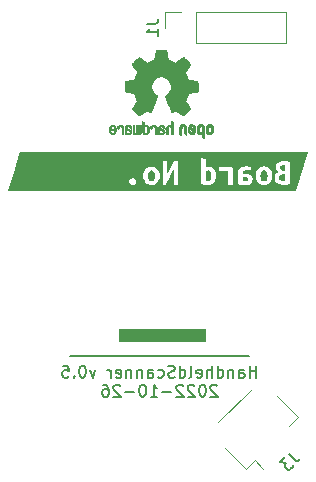
<source format=gbr>
%TF.GenerationSoftware,KiCad,Pcbnew,(6.0.4-0)*%
%TF.CreationDate,2022-11-04T09:41:38+01:00*%
%TF.ProjectId,RoundScanner,526f756e-6453-4636-916e-6e65722e6b69,2*%
%TF.SameCoordinates,Original*%
%TF.FileFunction,Legend,Bot*%
%TF.FilePolarity,Positive*%
%FSLAX46Y46*%
G04 Gerber Fmt 4.6, Leading zero omitted, Abs format (unit mm)*
G04 Created by KiCad (PCBNEW (6.0.4-0)) date 2022-11-04 09:41:38*
%MOMM*%
%LPD*%
G01*
G04 APERTURE LIST*
%ADD10C,0.150000*%
%ADD11C,0.120000*%
%ADD12C,0.010000*%
G04 APERTURE END LIST*
D10*
X96837500Y-115570000D02*
X81724500Y-115570000D01*
X97471476Y-117376380D02*
X97471476Y-116376380D01*
X97471476Y-116852571D02*
X96900047Y-116852571D01*
X96900047Y-117376380D02*
X96900047Y-116376380D01*
X95995285Y-117376380D02*
X95995285Y-116852571D01*
X96042904Y-116757333D01*
X96138142Y-116709714D01*
X96328619Y-116709714D01*
X96423857Y-116757333D01*
X95995285Y-117328761D02*
X96090523Y-117376380D01*
X96328619Y-117376380D01*
X96423857Y-117328761D01*
X96471476Y-117233523D01*
X96471476Y-117138285D01*
X96423857Y-117043047D01*
X96328619Y-116995428D01*
X96090523Y-116995428D01*
X95995285Y-116947809D01*
X95519095Y-116709714D02*
X95519095Y-117376380D01*
X95519095Y-116804952D02*
X95471476Y-116757333D01*
X95376238Y-116709714D01*
X95233380Y-116709714D01*
X95138142Y-116757333D01*
X95090523Y-116852571D01*
X95090523Y-117376380D01*
X94185761Y-117376380D02*
X94185761Y-116376380D01*
X94185761Y-117328761D02*
X94281000Y-117376380D01*
X94471476Y-117376380D01*
X94566714Y-117328761D01*
X94614333Y-117281142D01*
X94661952Y-117185904D01*
X94661952Y-116900190D01*
X94614333Y-116804952D01*
X94566714Y-116757333D01*
X94471476Y-116709714D01*
X94281000Y-116709714D01*
X94185761Y-116757333D01*
X93709571Y-117376380D02*
X93709571Y-116376380D01*
X93281000Y-117376380D02*
X93281000Y-116852571D01*
X93328619Y-116757333D01*
X93423857Y-116709714D01*
X93566714Y-116709714D01*
X93661952Y-116757333D01*
X93709571Y-116804952D01*
X92423857Y-117328761D02*
X92519095Y-117376380D01*
X92709571Y-117376380D01*
X92804809Y-117328761D01*
X92852428Y-117233523D01*
X92852428Y-116852571D01*
X92804809Y-116757333D01*
X92709571Y-116709714D01*
X92519095Y-116709714D01*
X92423857Y-116757333D01*
X92376238Y-116852571D01*
X92376238Y-116947809D01*
X92852428Y-117043047D01*
X91804809Y-117376380D02*
X91900047Y-117328761D01*
X91947666Y-117233523D01*
X91947666Y-116376380D01*
X90995285Y-117376380D02*
X90995285Y-116376380D01*
X90995285Y-117328761D02*
X91090523Y-117376380D01*
X91281000Y-117376380D01*
X91376238Y-117328761D01*
X91423857Y-117281142D01*
X91471476Y-117185904D01*
X91471476Y-116900190D01*
X91423857Y-116804952D01*
X91376238Y-116757333D01*
X91281000Y-116709714D01*
X91090523Y-116709714D01*
X90995285Y-116757333D01*
X90566714Y-117328761D02*
X90423857Y-117376380D01*
X90185761Y-117376380D01*
X90090523Y-117328761D01*
X90042904Y-117281142D01*
X89995285Y-117185904D01*
X89995285Y-117090666D01*
X90042904Y-116995428D01*
X90090523Y-116947809D01*
X90185761Y-116900190D01*
X90376238Y-116852571D01*
X90471476Y-116804952D01*
X90519095Y-116757333D01*
X90566714Y-116662095D01*
X90566714Y-116566857D01*
X90519095Y-116471619D01*
X90471476Y-116424000D01*
X90376238Y-116376380D01*
X90138142Y-116376380D01*
X89995285Y-116424000D01*
X89138142Y-117328761D02*
X89233380Y-117376380D01*
X89423857Y-117376380D01*
X89519095Y-117328761D01*
X89566714Y-117281142D01*
X89614333Y-117185904D01*
X89614333Y-116900190D01*
X89566714Y-116804952D01*
X89519095Y-116757333D01*
X89423857Y-116709714D01*
X89233380Y-116709714D01*
X89138142Y-116757333D01*
X88281000Y-117376380D02*
X88281000Y-116852571D01*
X88328619Y-116757333D01*
X88423857Y-116709714D01*
X88614333Y-116709714D01*
X88709571Y-116757333D01*
X88281000Y-117328761D02*
X88376238Y-117376380D01*
X88614333Y-117376380D01*
X88709571Y-117328761D01*
X88757190Y-117233523D01*
X88757190Y-117138285D01*
X88709571Y-117043047D01*
X88614333Y-116995428D01*
X88376238Y-116995428D01*
X88281000Y-116947809D01*
X87804809Y-116709714D02*
X87804809Y-117376380D01*
X87804809Y-116804952D02*
X87757190Y-116757333D01*
X87661952Y-116709714D01*
X87519095Y-116709714D01*
X87423857Y-116757333D01*
X87376238Y-116852571D01*
X87376238Y-117376380D01*
X86900047Y-116709714D02*
X86900047Y-117376380D01*
X86900047Y-116804952D02*
X86852428Y-116757333D01*
X86757190Y-116709714D01*
X86614333Y-116709714D01*
X86519095Y-116757333D01*
X86471476Y-116852571D01*
X86471476Y-117376380D01*
X85614333Y-117328761D02*
X85709571Y-117376380D01*
X85900047Y-117376380D01*
X85995285Y-117328761D01*
X86042904Y-117233523D01*
X86042904Y-116852571D01*
X85995285Y-116757333D01*
X85900047Y-116709714D01*
X85709571Y-116709714D01*
X85614333Y-116757333D01*
X85566714Y-116852571D01*
X85566714Y-116947809D01*
X86042904Y-117043047D01*
X85138142Y-117376380D02*
X85138142Y-116709714D01*
X85138142Y-116900190D02*
X85090523Y-116804952D01*
X85042904Y-116757333D01*
X84947666Y-116709714D01*
X84852428Y-116709714D01*
X83852428Y-116709714D02*
X83614333Y-117376380D01*
X83376238Y-116709714D01*
X82804809Y-116376380D02*
X82709571Y-116376380D01*
X82614333Y-116424000D01*
X82566714Y-116471619D01*
X82519095Y-116566857D01*
X82471476Y-116757333D01*
X82471476Y-116995428D01*
X82519095Y-117185904D01*
X82566714Y-117281142D01*
X82614333Y-117328761D01*
X82709571Y-117376380D01*
X82804809Y-117376380D01*
X82900047Y-117328761D01*
X82947666Y-117281142D01*
X82995285Y-117185904D01*
X83042904Y-116995428D01*
X83042904Y-116757333D01*
X82995285Y-116566857D01*
X82947666Y-116471619D01*
X82900047Y-116424000D01*
X82804809Y-116376380D01*
X82042904Y-117281142D02*
X81995285Y-117328761D01*
X82042904Y-117376380D01*
X82090523Y-117328761D01*
X82042904Y-117281142D01*
X82042904Y-117376380D01*
X81090523Y-116376380D02*
X81566714Y-116376380D01*
X81614333Y-116852571D01*
X81566714Y-116804952D01*
X81471476Y-116757333D01*
X81233380Y-116757333D01*
X81138142Y-116804952D01*
X81090523Y-116852571D01*
X81042904Y-116947809D01*
X81042904Y-117185904D01*
X81090523Y-117281142D01*
X81138142Y-117328761D01*
X81233380Y-117376380D01*
X81471476Y-117376380D01*
X81566714Y-117328761D01*
X81614333Y-117281142D01*
X94138142Y-118081619D02*
X94090523Y-118034000D01*
X93995285Y-117986380D01*
X93757190Y-117986380D01*
X93661952Y-118034000D01*
X93614333Y-118081619D01*
X93566714Y-118176857D01*
X93566714Y-118272095D01*
X93614333Y-118414952D01*
X94185761Y-118986380D01*
X93566714Y-118986380D01*
X92947666Y-117986380D02*
X92852428Y-117986380D01*
X92757190Y-118034000D01*
X92709571Y-118081619D01*
X92661952Y-118176857D01*
X92614333Y-118367333D01*
X92614333Y-118605428D01*
X92661952Y-118795904D01*
X92709571Y-118891142D01*
X92757190Y-118938761D01*
X92852428Y-118986380D01*
X92947666Y-118986380D01*
X93042904Y-118938761D01*
X93090523Y-118891142D01*
X93138142Y-118795904D01*
X93185761Y-118605428D01*
X93185761Y-118367333D01*
X93138142Y-118176857D01*
X93090523Y-118081619D01*
X93042904Y-118034000D01*
X92947666Y-117986380D01*
X92233380Y-118081619D02*
X92185761Y-118034000D01*
X92090523Y-117986380D01*
X91852428Y-117986380D01*
X91757190Y-118034000D01*
X91709571Y-118081619D01*
X91661952Y-118176857D01*
X91661952Y-118272095D01*
X91709571Y-118414952D01*
X92281000Y-118986380D01*
X91661952Y-118986380D01*
X91281000Y-118081619D02*
X91233380Y-118034000D01*
X91138142Y-117986380D01*
X90900047Y-117986380D01*
X90804809Y-118034000D01*
X90757190Y-118081619D01*
X90709571Y-118176857D01*
X90709571Y-118272095D01*
X90757190Y-118414952D01*
X91328619Y-118986380D01*
X90709571Y-118986380D01*
X90281000Y-118605428D02*
X89519095Y-118605428D01*
X88519095Y-118986380D02*
X89090523Y-118986380D01*
X88804809Y-118986380D02*
X88804809Y-117986380D01*
X88900047Y-118129238D01*
X88995285Y-118224476D01*
X89090523Y-118272095D01*
X87900047Y-117986380D02*
X87804809Y-117986380D01*
X87709571Y-118034000D01*
X87661952Y-118081619D01*
X87614333Y-118176857D01*
X87566714Y-118367333D01*
X87566714Y-118605428D01*
X87614333Y-118795904D01*
X87661952Y-118891142D01*
X87709571Y-118938761D01*
X87804809Y-118986380D01*
X87900047Y-118986380D01*
X87995285Y-118938761D01*
X88042904Y-118891142D01*
X88090523Y-118795904D01*
X88138142Y-118605428D01*
X88138142Y-118367333D01*
X88090523Y-118176857D01*
X88042904Y-118081619D01*
X87995285Y-118034000D01*
X87900047Y-117986380D01*
X87138142Y-118605428D02*
X86376238Y-118605428D01*
X85947666Y-118081619D02*
X85900047Y-118034000D01*
X85804809Y-117986380D01*
X85566714Y-117986380D01*
X85471476Y-118034000D01*
X85423857Y-118081619D01*
X85376238Y-118176857D01*
X85376238Y-118272095D01*
X85423857Y-118414952D01*
X85995285Y-118986380D01*
X85376238Y-118986380D01*
X84519095Y-117986380D02*
X84709571Y-117986380D01*
X84804809Y-118034000D01*
X84852428Y-118081619D01*
X84947666Y-118224476D01*
X84995285Y-118414952D01*
X84995285Y-118795904D01*
X84947666Y-118891142D01*
X84900047Y-118938761D01*
X84804809Y-118986380D01*
X84614333Y-118986380D01*
X84519095Y-118938761D01*
X84471476Y-118891142D01*
X84423857Y-118795904D01*
X84423857Y-118557809D01*
X84471476Y-118462571D01*
X84519095Y-118414952D01*
X84614333Y-118367333D01*
X84804809Y-118367333D01*
X84900047Y-118414952D01*
X84947666Y-118462571D01*
X84995285Y-118557809D01*
%TO.C,J1*%
X88181380Y-87423666D02*
X88895666Y-87423666D01*
X89038523Y-87376047D01*
X89133761Y-87280809D01*
X89181380Y-87137952D01*
X89181380Y-87042714D01*
X89181380Y-88423666D02*
X89181380Y-87852238D01*
X89181380Y-88137952D02*
X88181380Y-88137952D01*
X88324238Y-88042714D01*
X88419476Y-87947476D01*
X88467095Y-87852238D01*
%TO.C,J3*%
X100198762Y-123857357D02*
X100703838Y-124362433D01*
X100838525Y-124429777D01*
X100973212Y-124429777D01*
X101107899Y-124362433D01*
X101175242Y-124295090D01*
X99929388Y-124126731D02*
X99491655Y-124564464D01*
X99996731Y-124598136D01*
X99895716Y-124699151D01*
X99862044Y-124800166D01*
X99862044Y-124867510D01*
X99895716Y-124968525D01*
X100064075Y-125136884D01*
X100165090Y-125170555D01*
X100232433Y-125170555D01*
X100333449Y-125136884D01*
X100535479Y-124934853D01*
X100569151Y-124833838D01*
X100569151Y-124766494D01*
%TO.C,kibuzzard-6346913B*%
G36*
X99855668Y-99385437D02*
G01*
X99941393Y-99394962D01*
X99941393Y-99845812D01*
X99788993Y-99845812D01*
X99563568Y-99780725D01*
X99487368Y-99601337D01*
X99509593Y-99488625D01*
X99569918Y-99421950D01*
X99658818Y-99390200D01*
X99763593Y-99382262D01*
X99855668Y-99385437D01*
G37*
G36*
X77463452Y-98314007D02*
G01*
X101825544Y-98314007D01*
X100844548Y-101583993D01*
X76482456Y-101583993D01*
X76723875Y-100779263D01*
X86723868Y-100779263D01*
X86809593Y-100991988D01*
X87006443Y-101065013D01*
X87114393Y-101045963D01*
X87204881Y-100990400D01*
X87268381Y-100901500D01*
X87292193Y-100779263D01*
X87268381Y-100660200D01*
X87204881Y-100572888D01*
X87114393Y-100518913D01*
X87006443Y-100499863D01*
X86809593Y-100572888D01*
X86723868Y-100779263D01*
X76723875Y-100779263D01*
X76873418Y-100280788D01*
X87892268Y-100280788D01*
X87904968Y-100450253D01*
X87943068Y-100603050D01*
X88004187Y-100737591D01*
X88085943Y-100852288D01*
X88187146Y-100945156D01*
X88306606Y-101014213D01*
X88442734Y-101057075D01*
X88593943Y-101071363D01*
X88745153Y-101057075D01*
X88830863Y-101030088D01*
X89536918Y-101030088D01*
X89851243Y-101030088D01*
X89942789Y-100812247D01*
X90039627Y-100594760D01*
X90141756Y-100377625D01*
X90249177Y-100160490D01*
X90361889Y-99943003D01*
X90479893Y-99725162D01*
X90479893Y-101030088D01*
X90832318Y-101030088D01*
X90832318Y-99064762D01*
X90517993Y-99064762D01*
X90429093Y-99210416D01*
X90340193Y-99367975D01*
X90252484Y-99531091D01*
X90167156Y-99693412D01*
X90086193Y-99852956D01*
X90011581Y-100007738D01*
X89945303Y-100150613D01*
X89889343Y-100274438D01*
X89889343Y-99064762D01*
X89536918Y-99064762D01*
X89536918Y-101030088D01*
X88830863Y-101030088D01*
X88881281Y-101014213D01*
X89001137Y-100945156D01*
X89103531Y-100852288D01*
X89186478Y-100737591D01*
X89247993Y-100603050D01*
X89286093Y-100450253D01*
X89298793Y-100280788D01*
X89285696Y-100113703D01*
X89246406Y-99961700D01*
X89183699Y-99827556D01*
X89100356Y-99714050D01*
X88997565Y-99622769D01*
X88876518Y-99555300D01*
X88740787Y-99513628D01*
X88593943Y-99499737D01*
X88445115Y-99513628D01*
X88309781Y-99555300D01*
X88189924Y-99622769D01*
X88087531Y-99714050D01*
X88004584Y-99827556D01*
X87943068Y-99961700D01*
X87904968Y-100113703D01*
X87892268Y-100280788D01*
X76873418Y-100280788D01*
X77309663Y-98826637D01*
X92788118Y-98826637D01*
X92788118Y-100985638D01*
X92907974Y-101017388D01*
X93051643Y-101042788D01*
X93205631Y-101059456D01*
X93356443Y-101065013D01*
X93570403Y-101042082D01*
X93746615Y-100973290D01*
X93885081Y-100858638D01*
X93984740Y-100704121D01*
X94044536Y-100515738D01*
X94064468Y-100293488D01*
X94047711Y-100067181D01*
X93997440Y-99875093D01*
X93913656Y-99717225D01*
X93797063Y-99599926D01*
X93739671Y-99572762D01*
X94283543Y-99572762D01*
X94353393Y-99934712D01*
X94443881Y-99915662D01*
X94550243Y-99898200D01*
X94655018Y-99887087D01*
X94740743Y-99883912D01*
X94902668Y-99891850D01*
X95064593Y-99922012D01*
X95064593Y-101030088D01*
X95458293Y-101030088D01*
X95458293Y-100995163D01*
X95928193Y-100995163D01*
X96182193Y-101039613D01*
X96360787Y-101058663D01*
X96560018Y-101065013D01*
X96818781Y-101039613D01*
X97017218Y-100955475D01*
X97144218Y-100803075D01*
X97188668Y-100572888D01*
X97137868Y-100353813D01*
X97068089Y-100280788D01*
X97417268Y-100280788D01*
X97429968Y-100450253D01*
X97468068Y-100603050D01*
X97529187Y-100737591D01*
X97610943Y-100852288D01*
X97712146Y-100945156D01*
X97831606Y-101014213D01*
X97967734Y-101057075D01*
X98118943Y-101071363D01*
X98270153Y-101057075D01*
X98406281Y-101014213D01*
X98526137Y-100945156D01*
X98628531Y-100852288D01*
X98711478Y-100737591D01*
X98772993Y-100603050D01*
X98811093Y-100450253D01*
X98812134Y-100436363D01*
X99014293Y-100436363D01*
X99029374Y-100599478D01*
X99074618Y-100733225D01*
X99238131Y-100923725D01*
X99350843Y-100984844D01*
X99482606Y-101025325D01*
X99629053Y-101047947D01*
X99785818Y-101055488D01*
X99918374Y-101051916D01*
X100055693Y-101041200D01*
X100194599Y-101023341D01*
X100331918Y-100998338D01*
X100331918Y-99090162D01*
X100087443Y-99056825D01*
X99823918Y-99042537D01*
X99622306Y-99054047D01*
X99461968Y-99088575D01*
X99242893Y-99209225D01*
X99134943Y-99375912D01*
X99106368Y-99560062D01*
X99123434Y-99691825D01*
X99174631Y-99807712D01*
X99357193Y-99979163D01*
X99189315Y-100064888D01*
X99085731Y-100176013D01*
X99032153Y-100303013D01*
X99014293Y-100436363D01*
X98812134Y-100436363D01*
X98823793Y-100280788D01*
X98810696Y-100113703D01*
X98771406Y-99961700D01*
X98708699Y-99827556D01*
X98625356Y-99714050D01*
X98522565Y-99622769D01*
X98401518Y-99555300D01*
X98265787Y-99513628D01*
X98118943Y-99499737D01*
X97970115Y-99513628D01*
X97834781Y-99555300D01*
X97714924Y-99622769D01*
X97612531Y-99714050D01*
X97529584Y-99827556D01*
X97468068Y-99961700D01*
X97429968Y-100113703D01*
X97417268Y-100280788D01*
X97068089Y-100280788D01*
X97001343Y-100210938D01*
X96804493Y-100133150D01*
X96572718Y-100109338D01*
X96429049Y-100115688D01*
X96302843Y-100134738D01*
X96302843Y-100087113D01*
X96372693Y-99901375D01*
X96467943Y-99845416D01*
X96613993Y-99826762D01*
X96828306Y-99842637D01*
X96994993Y-99880737D01*
X97048968Y-99566412D01*
X96842593Y-99520375D01*
X96706862Y-99504897D01*
X96566368Y-99499737D01*
X96397696Y-99510453D01*
X96259981Y-99542600D01*
X96064718Y-99663250D01*
X95959943Y-99853750D01*
X95928193Y-100106163D01*
X95928193Y-100995163D01*
X95458293Y-100995163D01*
X95458293Y-99636262D01*
X95300734Y-99584669D01*
X95139206Y-99544187D01*
X94961803Y-99517994D01*
X94756618Y-99509262D01*
X94666131Y-99512437D01*
X94540718Y-99523550D01*
X94405781Y-99542600D01*
X94283543Y-99572762D01*
X93739671Y-99572762D01*
X93648367Y-99529547D01*
X93467568Y-99506087D01*
X93311993Y-99523550D01*
X93178643Y-99572762D01*
X93178643Y-98893312D01*
X92788118Y-98826637D01*
X77309663Y-98826637D01*
X77463452Y-98314007D01*
G37*
G36*
X93521543Y-99870419D02*
G01*
X93604093Y-99953763D01*
X93651718Y-100089494D01*
X93667593Y-100274438D01*
X93648940Y-100456206D01*
X93592981Y-100601463D01*
X93495746Y-100696713D01*
X93353268Y-100728463D01*
X93264368Y-100725288D01*
X93178643Y-100715763D01*
X93178643Y-99902962D01*
X93280243Y-99860100D01*
X93400893Y-99842637D01*
X93521543Y-99870419D01*
G37*
G36*
X96610818Y-100390325D02*
G01*
X96710831Y-100417313D01*
X96779093Y-100471288D01*
X96804493Y-100563363D01*
X96728293Y-100707825D01*
X96531443Y-100750688D01*
X96407618Y-100749100D01*
X96302843Y-100741163D01*
X96302843Y-100398263D01*
X96394918Y-100387150D01*
X96493343Y-100382388D01*
X96610818Y-100390325D01*
G37*
G36*
X88727690Y-99870022D02*
G01*
X88824131Y-99961700D01*
X88882471Y-100103384D01*
X88901918Y-100283963D01*
X88884059Y-100464938D01*
X88830481Y-100607813D01*
X88737215Y-100700681D01*
X88600293Y-100731638D01*
X88466546Y-100700681D01*
X88370106Y-100607813D01*
X88311765Y-100464938D01*
X88292318Y-100283963D01*
X88310178Y-100103384D01*
X88363756Y-99961700D01*
X88457021Y-99870022D01*
X88593943Y-99839462D01*
X88727690Y-99870022D01*
G37*
G36*
X99941393Y-100703063D02*
G01*
X99850906Y-100712588D01*
X99754068Y-100715763D01*
X99623893Y-100704650D01*
X99511181Y-100663375D01*
X99430218Y-100577650D01*
X99398468Y-100436363D01*
X99488956Y-100231575D01*
X99731843Y-100169663D01*
X99941393Y-100169663D01*
X99941393Y-100703063D01*
G37*
G36*
X98252690Y-99870022D02*
G01*
X98349131Y-99961700D01*
X98407471Y-100103384D01*
X98426918Y-100283963D01*
X98409059Y-100464938D01*
X98355481Y-100607813D01*
X98262215Y-100700681D01*
X98125293Y-100731638D01*
X97991546Y-100700681D01*
X97895106Y-100607813D01*
X97836765Y-100464938D01*
X97817318Y-100283963D01*
X97835178Y-100103384D01*
X97888756Y-99961700D01*
X97982021Y-99870022D01*
X98118943Y-99839462D01*
X98252690Y-99870022D01*
G37*
%TO.C,REF\u002A\u002A*%
G36*
X93201938Y-113812788D02*
G01*
X93201825Y-113903995D01*
X93201393Y-114010117D01*
X93200671Y-114106844D01*
X93199694Y-114191743D01*
X93198498Y-114262384D01*
X93197117Y-114316335D01*
X93195587Y-114351164D01*
X93193943Y-114364440D01*
X93192559Y-114364644D01*
X93172719Y-114365283D01*
X93130106Y-114365908D01*
X93065638Y-114366517D01*
X92980237Y-114367107D01*
X92874824Y-114367677D01*
X92750320Y-114368225D01*
X92607644Y-114368749D01*
X92447718Y-114369246D01*
X92271463Y-114369715D01*
X92079800Y-114370154D01*
X91873648Y-114370560D01*
X91653930Y-114370932D01*
X91421565Y-114371268D01*
X91177475Y-114371566D01*
X90922580Y-114371823D01*
X90657801Y-114372038D01*
X90384058Y-114372209D01*
X90102273Y-114372333D01*
X89813366Y-114372410D01*
X89518259Y-114372435D01*
X85850569Y-114372435D01*
X85850569Y-113269130D01*
X93201938Y-113269130D01*
X93201938Y-113812788D01*
G37*
D11*
%TO.C,J1*%
X100009000Y-86427000D02*
X100009000Y-89087000D01*
X92329000Y-89087000D02*
X100009000Y-89087000D01*
X91059000Y-86427000D02*
X89729000Y-86427000D01*
X89729000Y-86427000D02*
X89729000Y-87757000D01*
X92329000Y-86427000D02*
X100009000Y-86427000D01*
X92329000Y-86427000D02*
X92329000Y-89087000D01*
%TO.C,REF\u002A\u002A*%
G36*
X91334372Y-95926684D02*
G01*
X91425629Y-95969569D01*
X91500416Y-96043729D01*
X91515917Y-96066944D01*
X91528774Y-96093256D01*
X91537893Y-96126420D01*
X91544102Y-96172881D01*
X91548233Y-96239082D01*
X91551116Y-96331468D01*
X91553579Y-96456485D01*
X91559697Y-96803278D01*
X91508303Y-96783738D01*
X91461246Y-96765787D01*
X91426015Y-96748511D01*
X91403017Y-96726242D01*
X91389655Y-96692165D01*
X91383328Y-96639463D01*
X91381437Y-96561323D01*
X91381385Y-96450928D01*
X91381117Y-96362935D01*
X91379521Y-96278502D01*
X91375712Y-96220834D01*
X91368820Y-96182988D01*
X91357975Y-96158024D01*
X91342308Y-96139000D01*
X91303792Y-96112153D01*
X91239091Y-96102034D01*
X91175081Y-96127606D01*
X91170856Y-96130880D01*
X91157689Y-96146007D01*
X91147975Y-96170268D01*
X91140903Y-96209650D01*
X91135656Y-96270141D01*
X91131421Y-96357729D01*
X91127385Y-96478402D01*
X91117615Y-96801515D01*
X90951539Y-96727065D01*
X90951539Y-96432062D01*
X90951883Y-96351919D01*
X90954847Y-96240431D01*
X90962351Y-96157421D01*
X90976190Y-96096199D01*
X90998155Y-96050075D01*
X91030039Y-96012358D01*
X91073633Y-95976358D01*
X91136336Y-95940089D01*
X91235117Y-95916412D01*
X91334372Y-95926684D01*
G37*
D12*
X91334372Y-95926684D02*
X91425629Y-95969569D01*
X91500416Y-96043729D01*
X91515917Y-96066944D01*
X91528774Y-96093256D01*
X91537893Y-96126420D01*
X91544102Y-96172881D01*
X91548233Y-96239082D01*
X91551116Y-96331468D01*
X91553579Y-96456485D01*
X91559697Y-96803278D01*
X91508303Y-96783738D01*
X91461246Y-96765787D01*
X91426015Y-96748511D01*
X91403017Y-96726242D01*
X91389655Y-96692165D01*
X91383328Y-96639463D01*
X91381437Y-96561323D01*
X91381385Y-96450928D01*
X91381117Y-96362935D01*
X91379521Y-96278502D01*
X91375712Y-96220834D01*
X91368820Y-96182988D01*
X91357975Y-96158024D01*
X91342308Y-96139000D01*
X91303792Y-96112153D01*
X91239091Y-96102034D01*
X91175081Y-96127606D01*
X91170856Y-96130880D01*
X91157689Y-96146007D01*
X91147975Y-96170268D01*
X91140903Y-96209650D01*
X91135656Y-96270141D01*
X91131421Y-96357729D01*
X91127385Y-96478402D01*
X91117615Y-96801515D01*
X90951539Y-96727065D01*
X90951539Y-96432062D01*
X90951883Y-96351919D01*
X90954847Y-96240431D01*
X90962351Y-96157421D01*
X90976190Y-96096199D01*
X90998155Y-96050075D01*
X91030039Y-96012358D01*
X91073633Y-95976358D01*
X91136336Y-95940089D01*
X91235117Y-95916412D01*
X91334372Y-95926684D01*
G36*
X92312574Y-96446643D02*
G01*
X92309066Y-96478021D01*
X92282927Y-96589705D01*
X92235694Y-96674642D01*
X92163862Y-96739741D01*
X92159802Y-96742428D01*
X92068487Y-96780634D01*
X91973144Y-96784034D01*
X91881274Y-96754939D01*
X91800379Y-96695660D01*
X91737962Y-96608510D01*
X91736914Y-96606409D01*
X91716173Y-96552289D01*
X91700980Y-96490781D01*
X91692921Y-96433039D01*
X91693582Y-96390215D01*
X91704548Y-96373462D01*
X91714290Y-96374480D01*
X91760877Y-96393009D01*
X91813682Y-96427081D01*
X91858603Y-96466522D01*
X91881535Y-96501155D01*
X91905373Y-96548133D01*
X91954230Y-96590862D01*
X92010963Y-96607923D01*
X92031758Y-96602990D01*
X92072804Y-96578157D01*
X92108557Y-96543685D01*
X92123846Y-96512411D01*
X92123842Y-96512295D01*
X92106495Y-96497933D01*
X92060247Y-96472025D01*
X91992067Y-96438210D01*
X91908923Y-96400129D01*
X91908466Y-96399927D01*
X91818138Y-96359709D01*
X91757592Y-96330733D01*
X91720888Y-96308474D01*
X91702086Y-96288407D01*
X91695246Y-96266009D01*
X91694429Y-96236756D01*
X91700113Y-96181363D01*
X91893000Y-96181363D01*
X91912911Y-96198777D01*
X91962521Y-96224872D01*
X91963976Y-96225610D01*
X92022506Y-96253483D01*
X92074868Y-96275719D01*
X92108086Y-96285126D01*
X92121410Y-96272552D01*
X92123846Y-96229468D01*
X92113724Y-96175847D01*
X92078631Y-96127119D01*
X92027823Y-96101856D01*
X91971181Y-96104406D01*
X91918584Y-96139120D01*
X91897910Y-96163107D01*
X91893000Y-96181363D01*
X91700113Y-96181363D01*
X91701622Y-96166654D01*
X91737184Y-96071412D01*
X91796714Y-95996567D01*
X91873746Y-95944745D01*
X91961815Y-95918573D01*
X92054454Y-95920676D01*
X92145198Y-95953681D01*
X92227579Y-96020215D01*
X92273222Y-96086055D01*
X92306008Y-96180036D01*
X92311339Y-96229468D01*
X92318787Y-96298536D01*
X92312574Y-96446643D01*
G37*
X92312574Y-96446643D02*
X92309066Y-96478021D01*
X92282927Y-96589705D01*
X92235694Y-96674642D01*
X92163862Y-96739741D01*
X92159802Y-96742428D01*
X92068487Y-96780634D01*
X91973144Y-96784034D01*
X91881274Y-96754939D01*
X91800379Y-96695660D01*
X91737962Y-96608510D01*
X91736914Y-96606409D01*
X91716173Y-96552289D01*
X91700980Y-96490781D01*
X91692921Y-96433039D01*
X91693582Y-96390215D01*
X91704548Y-96373462D01*
X91714290Y-96374480D01*
X91760877Y-96393009D01*
X91813682Y-96427081D01*
X91858603Y-96466522D01*
X91881535Y-96501155D01*
X91905373Y-96548133D01*
X91954230Y-96590862D01*
X92010963Y-96607923D01*
X92031758Y-96602990D01*
X92072804Y-96578157D01*
X92108557Y-96543685D01*
X92123846Y-96512411D01*
X92123842Y-96512295D01*
X92106495Y-96497933D01*
X92060247Y-96472025D01*
X91992067Y-96438210D01*
X91908923Y-96400129D01*
X91908466Y-96399927D01*
X91818138Y-96359709D01*
X91757592Y-96330733D01*
X91720888Y-96308474D01*
X91702086Y-96288407D01*
X91695246Y-96266009D01*
X91694429Y-96236756D01*
X91700113Y-96181363D01*
X91893000Y-96181363D01*
X91912911Y-96198777D01*
X91962521Y-96224872D01*
X91963976Y-96225610D01*
X92022506Y-96253483D01*
X92074868Y-96275719D01*
X92108086Y-96285126D01*
X92121410Y-96272552D01*
X92123846Y-96229468D01*
X92113724Y-96175847D01*
X92078631Y-96127119D01*
X92027823Y-96101856D01*
X91971181Y-96104406D01*
X91918584Y-96139120D01*
X91897910Y-96163107D01*
X91893000Y-96181363D01*
X91700113Y-96181363D01*
X91701622Y-96166654D01*
X91737184Y-96071412D01*
X91796714Y-95996567D01*
X91873746Y-95944745D01*
X91961815Y-95918573D01*
X92054454Y-95920676D01*
X92145198Y-95953681D01*
X92227579Y-96020215D01*
X92273222Y-96086055D01*
X92306008Y-96180036D01*
X92311339Y-96229468D01*
X92318787Y-96298536D01*
X92312574Y-96446643D01*
G36*
X89425575Y-89632693D02*
G01*
X89561371Y-89632807D01*
X89663576Y-89633472D01*
X89737122Y-89635182D01*
X89786942Y-89638429D01*
X89817967Y-89643706D01*
X89835129Y-89651507D01*
X89843361Y-89662325D01*
X89847594Y-89676654D01*
X89847716Y-89677168D01*
X89854672Y-89710851D01*
X89867320Y-89775917D01*
X89884360Y-89865542D01*
X89904496Y-89972904D01*
X89926429Y-90091178D01*
X89928218Y-90100856D01*
X89950083Y-90215650D01*
X89970430Y-90316480D01*
X89987934Y-90397217D01*
X90001271Y-90451734D01*
X90009116Y-90473901D01*
X90009158Y-90473936D01*
X90033884Y-90486200D01*
X90084631Y-90506576D01*
X90150462Y-90530674D01*
X90154169Y-90531983D01*
X90238331Y-90563791D01*
X90336230Y-90603685D01*
X90427435Y-90643353D01*
X90577407Y-90711420D01*
X90909499Y-90484639D01*
X90932889Y-90468688D01*
X91033080Y-90400890D01*
X91122480Y-90341208D01*
X91195745Y-90293156D01*
X91247527Y-90260250D01*
X91272480Y-90246004D01*
X91289577Y-90249270D01*
X91328395Y-90274571D01*
X91388385Y-90324675D01*
X91471210Y-90400989D01*
X91578535Y-90504922D01*
X91588139Y-90514382D01*
X91673302Y-90599145D01*
X91748949Y-90675937D01*
X91810449Y-90739947D01*
X91853173Y-90786361D01*
X91872489Y-90810369D01*
X91872552Y-90810485D01*
X91875006Y-90828763D01*
X91865956Y-90858411D01*
X91843119Y-90903486D01*
X91804213Y-90968044D01*
X91746954Y-91056140D01*
X91669059Y-91171830D01*
X91655785Y-91191357D01*
X91588652Y-91290278D01*
X91529410Y-91377848D01*
X91481588Y-91448831D01*
X91448715Y-91497991D01*
X91434318Y-91520095D01*
X91433232Y-91524777D01*
X91440044Y-91559710D01*
X91460450Y-91616753D01*
X91491123Y-91686172D01*
X91532808Y-91776959D01*
X91579352Y-91884686D01*
X91618877Y-91982192D01*
X91628676Y-92007430D01*
X91654340Y-92071870D01*
X91673193Y-92116763D01*
X91681710Y-92133616D01*
X91691111Y-92134875D01*
X91733363Y-92142159D01*
X91802521Y-92154739D01*
X91891387Y-92171246D01*
X91992768Y-92190312D01*
X92099467Y-92210569D01*
X92204288Y-92230647D01*
X92300036Y-92249179D01*
X92379516Y-92264795D01*
X92435530Y-92276127D01*
X92460885Y-92281807D01*
X92465088Y-92283408D01*
X92475334Y-92292045D01*
X92482957Y-92310433D01*
X92488338Y-92343460D01*
X92491859Y-92396013D01*
X92493901Y-92472979D01*
X92494847Y-92579246D01*
X92495077Y-92719701D01*
X92495077Y-93146845D01*
X92392500Y-93167091D01*
X92380092Y-93169518D01*
X92314199Y-93182088D01*
X92223084Y-93199170D01*
X92117104Y-93218829D01*
X92006615Y-93239132D01*
X91963105Y-93247299D01*
X91865882Y-93267167D01*
X91784858Y-93285954D01*
X91727477Y-93301859D01*
X91701187Y-93313079D01*
X91689273Y-93331411D01*
X91667583Y-93379916D01*
X91645395Y-93442692D01*
X91637585Y-93466200D01*
X91608835Y-93543366D01*
X91571752Y-93634694D01*
X91532375Y-93725093D01*
X91511315Y-93772310D01*
X91481311Y-93842837D01*
X91460692Y-93895655D01*
X91453026Y-93921912D01*
X91453452Y-93923894D01*
X91467993Y-93951751D01*
X91500783Y-94005510D01*
X91548493Y-94079963D01*
X91607798Y-94169897D01*
X91675369Y-94270104D01*
X91897713Y-94596416D01*
X91605601Y-94889016D01*
X91577349Y-94917171D01*
X91490961Y-95001449D01*
X91413756Y-95074128D01*
X91350258Y-95131112D01*
X91304990Y-95168307D01*
X91282474Y-95181616D01*
X91258023Y-95171490D01*
X91206819Y-95142421D01*
X91134747Y-95097896D01*
X91047460Y-95041411D01*
X90950612Y-94976462D01*
X90855486Y-94912314D01*
X90769669Y-94855827D01*
X90699652Y-94811184D01*
X90650876Y-94781855D01*
X90628783Y-94771308D01*
X90627488Y-94771404D01*
X90598139Y-94781802D01*
X90546093Y-94806012D01*
X90481708Y-94839249D01*
X90481032Y-94839613D01*
X90395521Y-94882441D01*
X90336926Y-94903365D01*
X90300571Y-94903423D01*
X90281775Y-94883654D01*
X90273819Y-94864195D01*
X90252347Y-94812080D01*
X90219273Y-94731964D01*
X90176356Y-94628107D01*
X90125356Y-94504767D01*
X90068033Y-94366201D01*
X90006146Y-94216670D01*
X89950052Y-94080636D01*
X89892977Y-93941050D01*
X89842479Y-93816315D01*
X89800254Y-93710672D01*
X89767995Y-93628365D01*
X89747397Y-93573635D01*
X89740154Y-93550726D01*
X89753986Y-93529718D01*
X89792412Y-93494642D01*
X89846807Y-93453887D01*
X89977395Y-93347267D01*
X90094260Y-93211025D01*
X90179780Y-93061118D01*
X90233431Y-92901971D01*
X90254684Y-92738012D01*
X90243014Y-92573667D01*
X90197894Y-92413361D01*
X90118797Y-92261520D01*
X90005197Y-92122572D01*
X89945965Y-92068460D01*
X89804054Y-91972782D01*
X89652206Y-91910405D01*
X89494861Y-91879844D01*
X89336456Y-91879615D01*
X89181429Y-91908232D01*
X89034220Y-91964210D01*
X88899266Y-92046064D01*
X88781005Y-92152309D01*
X88683877Y-92281459D01*
X88612318Y-92432031D01*
X88570769Y-92602539D01*
X88563143Y-92684722D01*
X88573634Y-92862775D01*
X88620882Y-93031704D01*
X88703489Y-93188522D01*
X88820059Y-93330245D01*
X88969193Y-93453887D01*
X89021561Y-93492982D01*
X89060832Y-93528443D01*
X89075846Y-93550692D01*
X89069859Y-93570088D01*
X89050432Y-93622059D01*
X89019194Y-93702002D01*
X88977839Y-93805673D01*
X88928061Y-93928832D01*
X88871553Y-94067234D01*
X88810009Y-94216637D01*
X88754008Y-94352020D01*
X88696184Y-94491852D01*
X88644500Y-94616872D01*
X88600718Y-94722822D01*
X88566597Y-94805441D01*
X88543898Y-94860472D01*
X88534380Y-94883654D01*
X88534269Y-94883928D01*
X88515228Y-94903503D01*
X88478694Y-94903279D01*
X88419954Y-94882210D01*
X88334292Y-94839249D01*
X88327549Y-94835631D01*
X88263938Y-94803087D01*
X88213707Y-94780050D01*
X88187218Y-94771308D01*
X88165506Y-94781639D01*
X88116984Y-94810788D01*
X88047163Y-94855287D01*
X87961484Y-94911668D01*
X87865388Y-94976462D01*
X87770706Y-95039984D01*
X87683132Y-95096705D01*
X87610642Y-95141547D01*
X87558889Y-95171016D01*
X87533526Y-95181616D01*
X87529206Y-95180270D01*
X87499092Y-95159056D01*
X87447640Y-95115237D01*
X87379375Y-95052909D01*
X87298820Y-94976170D01*
X87210500Y-94889116D01*
X86918488Y-94596617D01*
X87373360Y-93927525D01*
X87304208Y-93777916D01*
X87304003Y-93777473D01*
X87262477Y-93682101D01*
X87220044Y-93575896D01*
X87185858Y-93481769D01*
X87180684Y-93466588D01*
X87154601Y-93396109D01*
X87131081Y-93341342D01*
X87114677Y-93313079D01*
X87107996Y-93309088D01*
X87067892Y-93295697D01*
X86999795Y-93278373D01*
X86911145Y-93258917D01*
X86809385Y-93239132D01*
X86778904Y-93233551D01*
X86668628Y-93213233D01*
X86565731Y-93194095D01*
X86480569Y-93178070D01*
X86423500Y-93167091D01*
X86320923Y-93146845D01*
X86320923Y-92719701D01*
X86320946Y-92667180D01*
X86321379Y-92539047D01*
X86322659Y-92443420D01*
X86325168Y-92375411D01*
X86329286Y-92330133D01*
X86335395Y-92302697D01*
X86343878Y-92288218D01*
X86355115Y-92281807D01*
X86365994Y-92279209D01*
X86410347Y-92270022D01*
X86481106Y-92255991D01*
X86571074Y-92238486D01*
X86673056Y-92218874D01*
X86779857Y-92198525D01*
X86884281Y-92178807D01*
X86979132Y-92161089D01*
X87057214Y-92146738D01*
X87111332Y-92137124D01*
X87134291Y-92133616D01*
X87135842Y-92131497D01*
X87148325Y-92104006D01*
X87169927Y-92051406D01*
X87197123Y-91982192D01*
X87234866Y-91888937D01*
X87281328Y-91781159D01*
X87324878Y-91686172D01*
X87334858Y-91664851D01*
X87362862Y-91598086D01*
X87379641Y-91546590D01*
X87381854Y-91520095D01*
X87380713Y-91518218D01*
X87362584Y-91490565D01*
X87326644Y-91436849D01*
X87276418Y-91362303D01*
X87215430Y-91272162D01*
X87147205Y-91171657D01*
X87070330Y-91057470D01*
X87012663Y-90968770D01*
X86973426Y-90903721D01*
X86950350Y-90858295D01*
X86941166Y-90828463D01*
X86943604Y-90810195D01*
X86944424Y-90808825D01*
X86966477Y-90782205D01*
X87011436Y-90733697D01*
X87074673Y-90668108D01*
X87151559Y-90590247D01*
X87237465Y-90504922D01*
X87326579Y-90418334D01*
X87413872Y-90336947D01*
X87478018Y-90282035D01*
X87520679Y-90252190D01*
X87543521Y-90246004D01*
X87546505Y-90247394D01*
X87577936Y-90266127D01*
X87634997Y-90302733D01*
X87712343Y-90353697D01*
X87804626Y-90415504D01*
X87906502Y-90484639D01*
X88238593Y-90711420D01*
X88388566Y-90643353D01*
X88392923Y-90641381D01*
X88485000Y-90601491D01*
X88582683Y-90561818D01*
X88665539Y-90530674D01*
X88665905Y-90530545D01*
X88731685Y-90506456D01*
X88782323Y-90486110D01*
X88806884Y-90473901D01*
X88807282Y-90473458D01*
X88815619Y-90448456D01*
X88829341Y-90391598D01*
X88847123Y-90309014D01*
X88867641Y-90206831D01*
X88889571Y-90091178D01*
X88890336Y-90087033D01*
X88912229Y-89969019D01*
X88932281Y-89862151D01*
X88949192Y-89773252D01*
X88961667Y-89709145D01*
X88968406Y-89676654D01*
X88968837Y-89674853D01*
X88973273Y-89660944D01*
X88982263Y-89650489D01*
X89000737Y-89642996D01*
X89033628Y-89637972D01*
X89085868Y-89634922D01*
X89162388Y-89633355D01*
X89268122Y-89632776D01*
X89408000Y-89632692D01*
X89425575Y-89632693D01*
G37*
X89425575Y-89632693D02*
X89561371Y-89632807D01*
X89663576Y-89633472D01*
X89737122Y-89635182D01*
X89786942Y-89638429D01*
X89817967Y-89643706D01*
X89835129Y-89651507D01*
X89843361Y-89662325D01*
X89847594Y-89676654D01*
X89847716Y-89677168D01*
X89854672Y-89710851D01*
X89867320Y-89775917D01*
X89884360Y-89865542D01*
X89904496Y-89972904D01*
X89926429Y-90091178D01*
X89928218Y-90100856D01*
X89950083Y-90215650D01*
X89970430Y-90316480D01*
X89987934Y-90397217D01*
X90001271Y-90451734D01*
X90009116Y-90473901D01*
X90009158Y-90473936D01*
X90033884Y-90486200D01*
X90084631Y-90506576D01*
X90150462Y-90530674D01*
X90154169Y-90531983D01*
X90238331Y-90563791D01*
X90336230Y-90603685D01*
X90427435Y-90643353D01*
X90577407Y-90711420D01*
X90909499Y-90484639D01*
X90932889Y-90468688D01*
X91033080Y-90400890D01*
X91122480Y-90341208D01*
X91195745Y-90293156D01*
X91247527Y-90260250D01*
X91272480Y-90246004D01*
X91289577Y-90249270D01*
X91328395Y-90274571D01*
X91388385Y-90324675D01*
X91471210Y-90400989D01*
X91578535Y-90504922D01*
X91588139Y-90514382D01*
X91673302Y-90599145D01*
X91748949Y-90675937D01*
X91810449Y-90739947D01*
X91853173Y-90786361D01*
X91872489Y-90810369D01*
X91872552Y-90810485D01*
X91875006Y-90828763D01*
X91865956Y-90858411D01*
X91843119Y-90903486D01*
X91804213Y-90968044D01*
X91746954Y-91056140D01*
X91669059Y-91171830D01*
X91655785Y-91191357D01*
X91588652Y-91290278D01*
X91529410Y-91377848D01*
X91481588Y-91448831D01*
X91448715Y-91497991D01*
X91434318Y-91520095D01*
X91433232Y-91524777D01*
X91440044Y-91559710D01*
X91460450Y-91616753D01*
X91491123Y-91686172D01*
X91532808Y-91776959D01*
X91579352Y-91884686D01*
X91618877Y-91982192D01*
X91628676Y-92007430D01*
X91654340Y-92071870D01*
X91673193Y-92116763D01*
X91681710Y-92133616D01*
X91691111Y-92134875D01*
X91733363Y-92142159D01*
X91802521Y-92154739D01*
X91891387Y-92171246D01*
X91992768Y-92190312D01*
X92099467Y-92210569D01*
X92204288Y-92230647D01*
X92300036Y-92249179D01*
X92379516Y-92264795D01*
X92435530Y-92276127D01*
X92460885Y-92281807D01*
X92465088Y-92283408D01*
X92475334Y-92292045D01*
X92482957Y-92310433D01*
X92488338Y-92343460D01*
X92491859Y-92396013D01*
X92493901Y-92472979D01*
X92494847Y-92579246D01*
X92495077Y-92719701D01*
X92495077Y-93146845D01*
X92392500Y-93167091D01*
X92380092Y-93169518D01*
X92314199Y-93182088D01*
X92223084Y-93199170D01*
X92117104Y-93218829D01*
X92006615Y-93239132D01*
X91963105Y-93247299D01*
X91865882Y-93267167D01*
X91784858Y-93285954D01*
X91727477Y-93301859D01*
X91701187Y-93313079D01*
X91689273Y-93331411D01*
X91667583Y-93379916D01*
X91645395Y-93442692D01*
X91637585Y-93466200D01*
X91608835Y-93543366D01*
X91571752Y-93634694D01*
X91532375Y-93725093D01*
X91511315Y-93772310D01*
X91481311Y-93842837D01*
X91460692Y-93895655D01*
X91453026Y-93921912D01*
X91453452Y-93923894D01*
X91467993Y-93951751D01*
X91500783Y-94005510D01*
X91548493Y-94079963D01*
X91607798Y-94169897D01*
X91675369Y-94270104D01*
X91897713Y-94596416D01*
X91605601Y-94889016D01*
X91577349Y-94917171D01*
X91490961Y-95001449D01*
X91413756Y-95074128D01*
X91350258Y-95131112D01*
X91304990Y-95168307D01*
X91282474Y-95181616D01*
X91258023Y-95171490D01*
X91206819Y-95142421D01*
X91134747Y-95097896D01*
X91047460Y-95041411D01*
X90950612Y-94976462D01*
X90855486Y-94912314D01*
X90769669Y-94855827D01*
X90699652Y-94811184D01*
X90650876Y-94781855D01*
X90628783Y-94771308D01*
X90627488Y-94771404D01*
X90598139Y-94781802D01*
X90546093Y-94806012D01*
X90481708Y-94839249D01*
X90481032Y-94839613D01*
X90395521Y-94882441D01*
X90336926Y-94903365D01*
X90300571Y-94903423D01*
X90281775Y-94883654D01*
X90273819Y-94864195D01*
X90252347Y-94812080D01*
X90219273Y-94731964D01*
X90176356Y-94628107D01*
X90125356Y-94504767D01*
X90068033Y-94366201D01*
X90006146Y-94216670D01*
X89950052Y-94080636D01*
X89892977Y-93941050D01*
X89842479Y-93816315D01*
X89800254Y-93710672D01*
X89767995Y-93628365D01*
X89747397Y-93573635D01*
X89740154Y-93550726D01*
X89753986Y-93529718D01*
X89792412Y-93494642D01*
X89846807Y-93453887D01*
X89977395Y-93347267D01*
X90094260Y-93211025D01*
X90179780Y-93061118D01*
X90233431Y-92901971D01*
X90254684Y-92738012D01*
X90243014Y-92573667D01*
X90197894Y-92413361D01*
X90118797Y-92261520D01*
X90005197Y-92122572D01*
X89945965Y-92068460D01*
X89804054Y-91972782D01*
X89652206Y-91910405D01*
X89494861Y-91879844D01*
X89336456Y-91879615D01*
X89181429Y-91908232D01*
X89034220Y-91964210D01*
X88899266Y-92046064D01*
X88781005Y-92152309D01*
X88683877Y-92281459D01*
X88612318Y-92432031D01*
X88570769Y-92602539D01*
X88563143Y-92684722D01*
X88573634Y-92862775D01*
X88620882Y-93031704D01*
X88703489Y-93188522D01*
X88820059Y-93330245D01*
X88969193Y-93453887D01*
X89021561Y-93492982D01*
X89060832Y-93528443D01*
X89075846Y-93550692D01*
X89069859Y-93570088D01*
X89050432Y-93622059D01*
X89019194Y-93702002D01*
X88977839Y-93805673D01*
X88928061Y-93928832D01*
X88871553Y-94067234D01*
X88810009Y-94216637D01*
X88754008Y-94352020D01*
X88696184Y-94491852D01*
X88644500Y-94616872D01*
X88600718Y-94722822D01*
X88566597Y-94805441D01*
X88543898Y-94860472D01*
X88534380Y-94883654D01*
X88534269Y-94883928D01*
X88515228Y-94903503D01*
X88478694Y-94903279D01*
X88419954Y-94882210D01*
X88334292Y-94839249D01*
X88327549Y-94835631D01*
X88263938Y-94803087D01*
X88213707Y-94780050D01*
X88187218Y-94771308D01*
X88165506Y-94781639D01*
X88116984Y-94810788D01*
X88047163Y-94855287D01*
X87961484Y-94911668D01*
X87865388Y-94976462D01*
X87770706Y-95039984D01*
X87683132Y-95096705D01*
X87610642Y-95141547D01*
X87558889Y-95171016D01*
X87533526Y-95181616D01*
X87529206Y-95180270D01*
X87499092Y-95159056D01*
X87447640Y-95115237D01*
X87379375Y-95052909D01*
X87298820Y-94976170D01*
X87210500Y-94889116D01*
X86918488Y-94596617D01*
X87373360Y-93927525D01*
X87304208Y-93777916D01*
X87304003Y-93777473D01*
X87262477Y-93682101D01*
X87220044Y-93575896D01*
X87185858Y-93481769D01*
X87180684Y-93466588D01*
X87154601Y-93396109D01*
X87131081Y-93341342D01*
X87114677Y-93313079D01*
X87107996Y-93309088D01*
X87067892Y-93295697D01*
X86999795Y-93278373D01*
X86911145Y-93258917D01*
X86809385Y-93239132D01*
X86778904Y-93233551D01*
X86668628Y-93213233D01*
X86565731Y-93194095D01*
X86480569Y-93178070D01*
X86423500Y-93167091D01*
X86320923Y-93146845D01*
X86320923Y-92719701D01*
X86320946Y-92667180D01*
X86321379Y-92539047D01*
X86322659Y-92443420D01*
X86325168Y-92375411D01*
X86329286Y-92330133D01*
X86335395Y-92302697D01*
X86343878Y-92288218D01*
X86355115Y-92281807D01*
X86365994Y-92279209D01*
X86410347Y-92270022D01*
X86481106Y-92255991D01*
X86571074Y-92238486D01*
X86673056Y-92218874D01*
X86779857Y-92198525D01*
X86884281Y-92178807D01*
X86979132Y-92161089D01*
X87057214Y-92146738D01*
X87111332Y-92137124D01*
X87134291Y-92133616D01*
X87135842Y-92131497D01*
X87148325Y-92104006D01*
X87169927Y-92051406D01*
X87197123Y-91982192D01*
X87234866Y-91888937D01*
X87281328Y-91781159D01*
X87324878Y-91686172D01*
X87334858Y-91664851D01*
X87362862Y-91598086D01*
X87379641Y-91546590D01*
X87381854Y-91520095D01*
X87380713Y-91518218D01*
X87362584Y-91490565D01*
X87326644Y-91436849D01*
X87276418Y-91362303D01*
X87215430Y-91272162D01*
X87147205Y-91171657D01*
X87070330Y-91057470D01*
X87012663Y-90968770D01*
X86973426Y-90903721D01*
X86950350Y-90858295D01*
X86941166Y-90828463D01*
X86943604Y-90810195D01*
X86944424Y-90808825D01*
X86966477Y-90782205D01*
X87011436Y-90733697D01*
X87074673Y-90668108D01*
X87151559Y-90590247D01*
X87237465Y-90504922D01*
X87326579Y-90418334D01*
X87413872Y-90336947D01*
X87478018Y-90282035D01*
X87520679Y-90252190D01*
X87543521Y-90246004D01*
X87546505Y-90247394D01*
X87577936Y-90266127D01*
X87634997Y-90302733D01*
X87712343Y-90353697D01*
X87804626Y-90415504D01*
X87906502Y-90484639D01*
X88238593Y-90711420D01*
X88388566Y-90643353D01*
X88392923Y-90641381D01*
X88485000Y-90601491D01*
X88582683Y-90561818D01*
X88665539Y-90530674D01*
X88665905Y-90530545D01*
X88731685Y-90506456D01*
X88782323Y-90486110D01*
X88806884Y-90473901D01*
X88807282Y-90473458D01*
X88815619Y-90448456D01*
X88829341Y-90391598D01*
X88847123Y-90309014D01*
X88867641Y-90206831D01*
X88889571Y-90091178D01*
X88890336Y-90087033D01*
X88912229Y-89969019D01*
X88932281Y-89862151D01*
X88949192Y-89773252D01*
X88961667Y-89709145D01*
X88968406Y-89676654D01*
X88968837Y-89674853D01*
X88973273Y-89660944D01*
X88982263Y-89650489D01*
X89000737Y-89642996D01*
X89033628Y-89637972D01*
X89085868Y-89634922D01*
X89162388Y-89633355D01*
X89268122Y-89632776D01*
X89408000Y-89632692D01*
X89425575Y-89632693D01*
G36*
X86671936Y-95964911D02*
G01*
X86713807Y-95975547D01*
X86752791Y-96002062D01*
X86802965Y-96051420D01*
X86835232Y-96086279D01*
X86868844Y-96131534D01*
X86884003Y-96173951D01*
X86887539Y-96227768D01*
X86887539Y-96315850D01*
X86827470Y-96284787D01*
X86779867Y-96246936D01*
X86747261Y-96195950D01*
X86741661Y-96182088D01*
X86698992Y-96128358D01*
X86639707Y-96101417D01*
X86575061Y-96104039D01*
X86516308Y-96139000D01*
X86491450Y-96167394D01*
X86476970Y-96203718D01*
X86492470Y-96236046D01*
X86540667Y-96268565D01*
X86624274Y-96305461D01*
X86636962Y-96310557D01*
X86713078Y-96343907D01*
X86778396Y-96376793D01*
X86819953Y-96402769D01*
X86861576Y-96449167D01*
X86889247Y-96523211D01*
X86886310Y-96602670D01*
X86853571Y-96677868D01*
X86791841Y-96739131D01*
X86741858Y-96765210D01*
X86645303Y-96783470D01*
X86591647Y-96781007D01*
X86541976Y-96767687D01*
X86522919Y-96739739D01*
X86530045Y-96693710D01*
X86532118Y-96687624D01*
X86548556Y-96655349D01*
X86575926Y-96643133D01*
X86628068Y-96643950D01*
X86664884Y-96645061D01*
X86707961Y-96635528D01*
X86737475Y-96607026D01*
X86754286Y-96571935D01*
X86756161Y-96535175D01*
X86756074Y-96534961D01*
X86734279Y-96515098D01*
X86687632Y-96486192D01*
X86627278Y-96453886D01*
X86564360Y-96423823D01*
X86510023Y-96401646D01*
X86475410Y-96393000D01*
X86470260Y-96401467D01*
X86463778Y-96441309D01*
X86459339Y-96506371D01*
X86457692Y-96588385D01*
X86457309Y-96645153D01*
X86455505Y-96716648D01*
X86452558Y-96765610D01*
X86448843Y-96783769D01*
X86429424Y-96777667D01*
X86390227Y-96761095D01*
X86340462Y-96738420D01*
X86340462Y-96447509D01*
X86340780Y-96372940D01*
X86343789Y-96259701D01*
X86351454Y-96175692D01*
X86365562Y-96114520D01*
X86387899Y-96069795D01*
X86420253Y-96035124D01*
X86464410Y-96004117D01*
X86520667Y-95978528D01*
X86624540Y-95963154D01*
X86671936Y-95964911D01*
G37*
X86671936Y-95964911D02*
X86713807Y-95975547D01*
X86752791Y-96002062D01*
X86802965Y-96051420D01*
X86835232Y-96086279D01*
X86868844Y-96131534D01*
X86884003Y-96173951D01*
X86887539Y-96227768D01*
X86887539Y-96315850D01*
X86827470Y-96284787D01*
X86779867Y-96246936D01*
X86747261Y-96195950D01*
X86741661Y-96182088D01*
X86698992Y-96128358D01*
X86639707Y-96101417D01*
X86575061Y-96104039D01*
X86516308Y-96139000D01*
X86491450Y-96167394D01*
X86476970Y-96203718D01*
X86492470Y-96236046D01*
X86540667Y-96268565D01*
X86624274Y-96305461D01*
X86636962Y-96310557D01*
X86713078Y-96343907D01*
X86778396Y-96376793D01*
X86819953Y-96402769D01*
X86861576Y-96449167D01*
X86889247Y-96523211D01*
X86886310Y-96602670D01*
X86853571Y-96677868D01*
X86791841Y-96739131D01*
X86741858Y-96765210D01*
X86645303Y-96783470D01*
X86591647Y-96781007D01*
X86541976Y-96767687D01*
X86522919Y-96739739D01*
X86530045Y-96693710D01*
X86532118Y-96687624D01*
X86548556Y-96655349D01*
X86575926Y-96643133D01*
X86628068Y-96643950D01*
X86664884Y-96645061D01*
X86707961Y-96635528D01*
X86737475Y-96607026D01*
X86754286Y-96571935D01*
X86756161Y-96535175D01*
X86756074Y-96534961D01*
X86734279Y-96515098D01*
X86687632Y-96486192D01*
X86627278Y-96453886D01*
X86564360Y-96423823D01*
X86510023Y-96401646D01*
X86475410Y-96393000D01*
X86470260Y-96401467D01*
X86463778Y-96441309D01*
X86459339Y-96506371D01*
X86457692Y-96588385D01*
X86457309Y-96645153D01*
X86455505Y-96716648D01*
X86452558Y-96765610D01*
X86448843Y-96783769D01*
X86429424Y-96777667D01*
X86390227Y-96761095D01*
X86340462Y-96738420D01*
X86340462Y-96447509D01*
X86340780Y-96372940D01*
X86343789Y-96259701D01*
X86351454Y-96175692D01*
X86365562Y-96114520D01*
X86387899Y-96069795D01*
X86420253Y-96035124D01*
X86464410Y-96004117D01*
X86520667Y-95978528D01*
X86624540Y-95963154D01*
X86671936Y-95964911D01*
G36*
X89528458Y-95984228D02*
G01*
X89595622Y-96023389D01*
X89625169Y-96053902D01*
X89681948Y-96145110D01*
X89701077Y-96244548D01*
X89701077Y-96312960D01*
X89638191Y-96286518D01*
X89594700Y-96259837D01*
X89560426Y-96204446D01*
X89556907Y-96193024D01*
X89519028Y-96134838D01*
X89461936Y-96103407D01*
X89396383Y-96102058D01*
X89333117Y-96134116D01*
X89323672Y-96142383D01*
X89292087Y-96178311D01*
X89286871Y-96209635D01*
X89310765Y-96240391D01*
X89366510Y-96274617D01*
X89456846Y-96316350D01*
X89462956Y-96318993D01*
X89563241Y-96365755D01*
X89631735Y-96407181D01*
X89673899Y-96448542D01*
X89695193Y-96495111D01*
X89701077Y-96552160D01*
X89693366Y-96615408D01*
X89654430Y-96696364D01*
X89585932Y-96754522D01*
X89536388Y-96771983D01*
X89466469Y-96781537D01*
X89398575Y-96779496D01*
X89350093Y-96765082D01*
X89344943Y-96761493D01*
X89331267Y-96736416D01*
X89340757Y-96692218D01*
X89357246Y-96657527D01*
X89383687Y-96643084D01*
X89433834Y-96643803D01*
X89503453Y-96639660D01*
X89548943Y-96611054D01*
X89564308Y-96558104D01*
X89564294Y-96556582D01*
X89554983Y-96525845D01*
X89523311Y-96497643D01*
X89461731Y-96465136D01*
X89377986Y-96425998D01*
X89322518Y-96404706D01*
X89290497Y-96406079D01*
X89275534Y-96434203D01*
X89271242Y-96493170D01*
X89271231Y-96587068D01*
X89270752Y-96645031D01*
X89268556Y-96716612D01*
X89264986Y-96765606D01*
X89260491Y-96783769D01*
X89259290Y-96783646D01*
X89233319Y-96773802D01*
X89190305Y-96753028D01*
X89130859Y-96722287D01*
X89137923Y-96445298D01*
X89138414Y-96426928D01*
X89144025Y-96297992D01*
X89153938Y-96200814D01*
X89170175Y-96128925D01*
X89194759Y-96075852D01*
X89229715Y-96035127D01*
X89277064Y-96000279D01*
X89277940Y-95999733D01*
X89354499Y-95971303D01*
X89443044Y-95966500D01*
X89528458Y-95984228D01*
G37*
X89528458Y-95984228D02*
X89595622Y-96023389D01*
X89625169Y-96053902D01*
X89681948Y-96145110D01*
X89701077Y-96244548D01*
X89701077Y-96312960D01*
X89638191Y-96286518D01*
X89594700Y-96259837D01*
X89560426Y-96204446D01*
X89556907Y-96193024D01*
X89519028Y-96134838D01*
X89461936Y-96103407D01*
X89396383Y-96102058D01*
X89333117Y-96134116D01*
X89323672Y-96142383D01*
X89292087Y-96178311D01*
X89286871Y-96209635D01*
X89310765Y-96240391D01*
X89366510Y-96274617D01*
X89456846Y-96316350D01*
X89462956Y-96318993D01*
X89563241Y-96365755D01*
X89631735Y-96407181D01*
X89673899Y-96448542D01*
X89695193Y-96495111D01*
X89701077Y-96552160D01*
X89693366Y-96615408D01*
X89654430Y-96696364D01*
X89585932Y-96754522D01*
X89536388Y-96771983D01*
X89466469Y-96781537D01*
X89398575Y-96779496D01*
X89350093Y-96765082D01*
X89344943Y-96761493D01*
X89331267Y-96736416D01*
X89340757Y-96692218D01*
X89357246Y-96657527D01*
X89383687Y-96643084D01*
X89433834Y-96643803D01*
X89503453Y-96639660D01*
X89548943Y-96611054D01*
X89564308Y-96558104D01*
X89564294Y-96556582D01*
X89554983Y-96525845D01*
X89523311Y-96497643D01*
X89461731Y-96465136D01*
X89377986Y-96425998D01*
X89322518Y-96404706D01*
X89290497Y-96406079D01*
X89275534Y-96434203D01*
X89271242Y-96493170D01*
X89271231Y-96587068D01*
X89270752Y-96645031D01*
X89268556Y-96716612D01*
X89264986Y-96765606D01*
X89260491Y-96783769D01*
X89259290Y-96783646D01*
X89233319Y-96773802D01*
X89190305Y-96753028D01*
X89130859Y-96722287D01*
X89137923Y-96445298D01*
X89138414Y-96426928D01*
X89144025Y-96297992D01*
X89153938Y-96200814D01*
X89170175Y-96128925D01*
X89194759Y-96075852D01*
X89229715Y-96035127D01*
X89277064Y-96000279D01*
X89277940Y-95999733D01*
X89354499Y-95971303D01*
X89443044Y-95966500D01*
X89528458Y-95984228D01*
G36*
X93804135Y-96375105D02*
G01*
X93803076Y-96469584D01*
X93799436Y-96535414D01*
X93791892Y-96581394D01*
X93779122Y-96616321D01*
X93759803Y-96648995D01*
X93755050Y-96655775D01*
X93704759Y-96709231D01*
X93647457Y-96749547D01*
X93618032Y-96762629D01*
X93512299Y-96784450D01*
X93407734Y-96770336D01*
X93311368Y-96722105D01*
X93230235Y-96641579D01*
X93223385Y-96630791D01*
X93201097Y-96568153D01*
X93186079Y-96480935D01*
X93178792Y-96380210D01*
X93179611Y-96287037D01*
X93376796Y-96287037D01*
X93378349Y-96416114D01*
X93378974Y-96424420D01*
X93388077Y-96495643D01*
X93404288Y-96540809D01*
X93431660Y-96571752D01*
X93477553Y-96600737D01*
X93522942Y-96602261D01*
X93569692Y-96568846D01*
X93577824Y-96560053D01*
X93593754Y-96533741D01*
X93603159Y-96495520D01*
X93607632Y-96436349D01*
X93608769Y-96347182D01*
X93606822Y-96263664D01*
X93597105Y-96184095D01*
X93577047Y-96133808D01*
X93544240Y-96107513D01*
X93496280Y-96099923D01*
X93478016Y-96101432D01*
X93426848Y-96129107D01*
X93393035Y-96191172D01*
X93376796Y-96287037D01*
X93179611Y-96287037D01*
X93179699Y-96277052D01*
X93189262Y-96182533D01*
X93207943Y-96107727D01*
X93231951Y-96057905D01*
X93299536Y-95980409D01*
X93391114Y-95932256D01*
X93503213Y-95915703D01*
X93533151Y-95916599D01*
X93621315Y-95934929D01*
X93693733Y-95981104D01*
X93760192Y-96060648D01*
X93764147Y-96066548D01*
X93782040Y-96098288D01*
X93793678Y-96134163D01*
X93800371Y-96182906D01*
X93803426Y-96253249D01*
X93804106Y-96347182D01*
X93804154Y-96353923D01*
X93804135Y-96375105D01*
G37*
X93804135Y-96375105D02*
X93803076Y-96469584D01*
X93799436Y-96535414D01*
X93791892Y-96581394D01*
X93779122Y-96616321D01*
X93759803Y-96648995D01*
X93755050Y-96655775D01*
X93704759Y-96709231D01*
X93647457Y-96749547D01*
X93618032Y-96762629D01*
X93512299Y-96784450D01*
X93407734Y-96770336D01*
X93311368Y-96722105D01*
X93230235Y-96641579D01*
X93223385Y-96630791D01*
X93201097Y-96568153D01*
X93186079Y-96480935D01*
X93178792Y-96380210D01*
X93179611Y-96287037D01*
X93376796Y-96287037D01*
X93378349Y-96416114D01*
X93378974Y-96424420D01*
X93388077Y-96495643D01*
X93404288Y-96540809D01*
X93431660Y-96571752D01*
X93477553Y-96600737D01*
X93522942Y-96602261D01*
X93569692Y-96568846D01*
X93577824Y-96560053D01*
X93593754Y-96533741D01*
X93603159Y-96495520D01*
X93607632Y-96436349D01*
X93608769Y-96347182D01*
X93606822Y-96263664D01*
X93597105Y-96184095D01*
X93577047Y-96133808D01*
X93544240Y-96107513D01*
X93496280Y-96099923D01*
X93478016Y-96101432D01*
X93426848Y-96129107D01*
X93393035Y-96191172D01*
X93376796Y-96287037D01*
X93179611Y-96287037D01*
X93179699Y-96277052D01*
X93189262Y-96182533D01*
X93207943Y-96107727D01*
X93231951Y-96057905D01*
X93299536Y-95980409D01*
X93391114Y-95932256D01*
X93503213Y-95915703D01*
X93533151Y-95916599D01*
X93621315Y-95934929D01*
X93693733Y-95981104D01*
X93760192Y-96060648D01*
X93764147Y-96066548D01*
X93782040Y-96098288D01*
X93793678Y-96134163D01*
X93800371Y-96182906D01*
X93803426Y-96253249D01*
X93804106Y-96347182D01*
X93804154Y-96353923D01*
X93804135Y-96375105D01*
G36*
X88370839Y-96449652D02*
G01*
X88359810Y-96553507D01*
X88335814Y-96631333D01*
X88296043Y-96690760D01*
X88237688Y-96739418D01*
X88182100Y-96767546D01*
X88088751Y-96783199D01*
X87995530Y-96766084D01*
X87911272Y-96718388D01*
X87844818Y-96642294D01*
X87836793Y-96628262D01*
X87826196Y-96603679D01*
X87818335Y-96572309D01*
X87812807Y-96528769D01*
X87809206Y-96467678D01*
X87807128Y-96383655D01*
X87807064Y-96376200D01*
X87942615Y-96376200D01*
X87943077Y-96447316D01*
X87945999Y-96511641D01*
X87953221Y-96553166D01*
X87966561Y-96581067D01*
X87987836Y-96604517D01*
X87992821Y-96609025D01*
X88056863Y-96642295D01*
X88124625Y-96638890D01*
X88187734Y-96599042D01*
X88206526Y-96578398D01*
X88222254Y-96551029D01*
X88231039Y-96513192D01*
X88234859Y-96455355D01*
X88235692Y-96367986D01*
X88235281Y-96301319D01*
X88232434Y-96236245D01*
X88225256Y-96194251D01*
X88211889Y-96166063D01*
X88190472Y-96142406D01*
X88177890Y-96131753D01*
X88112699Y-96103057D01*
X88044400Y-96107575D01*
X87985098Y-96145144D01*
X87972333Y-96160040D01*
X87956764Y-96188089D01*
X87947762Y-96227258D01*
X87943617Y-96286858D01*
X87942615Y-96376200D01*
X87807064Y-96376200D01*
X87806167Y-96271320D01*
X87805919Y-96125289D01*
X87805846Y-95671963D01*
X87869346Y-95698564D01*
X87886136Y-95705845D01*
X87912859Y-95722287D01*
X87928156Y-95747187D01*
X87936563Y-95790732D01*
X87942615Y-95863106D01*
X87948144Y-95928089D01*
X87955450Y-95970750D01*
X87965918Y-95986670D01*
X87981692Y-95982400D01*
X88021890Y-95967397D01*
X88093728Y-95963678D01*
X88171010Y-95977572D01*
X88237688Y-96007505D01*
X88274371Y-96035211D01*
X88321472Y-96089269D01*
X88351638Y-96158577D01*
X88367678Y-96250765D01*
X88372191Y-96367986D01*
X88372401Y-96373462D01*
X88370839Y-96449652D01*
G37*
X88370839Y-96449652D02*
X88359810Y-96553507D01*
X88335814Y-96631333D01*
X88296043Y-96690760D01*
X88237688Y-96739418D01*
X88182100Y-96767546D01*
X88088751Y-96783199D01*
X87995530Y-96766084D01*
X87911272Y-96718388D01*
X87844818Y-96642294D01*
X87836793Y-96628262D01*
X87826196Y-96603679D01*
X87818335Y-96572309D01*
X87812807Y-96528769D01*
X87809206Y-96467678D01*
X87807128Y-96383655D01*
X87807064Y-96376200D01*
X87942615Y-96376200D01*
X87943077Y-96447316D01*
X87945999Y-96511641D01*
X87953221Y-96553166D01*
X87966561Y-96581067D01*
X87987836Y-96604517D01*
X87992821Y-96609025D01*
X88056863Y-96642295D01*
X88124625Y-96638890D01*
X88187734Y-96599042D01*
X88206526Y-96578398D01*
X88222254Y-96551029D01*
X88231039Y-96513192D01*
X88234859Y-96455355D01*
X88235692Y-96367986D01*
X88235281Y-96301319D01*
X88232434Y-96236245D01*
X88225256Y-96194251D01*
X88211889Y-96166063D01*
X88190472Y-96142406D01*
X88177890Y-96131753D01*
X88112699Y-96103057D01*
X88044400Y-96107575D01*
X87985098Y-96145144D01*
X87972333Y-96160040D01*
X87956764Y-96188089D01*
X87947762Y-96227258D01*
X87943617Y-96286858D01*
X87942615Y-96376200D01*
X87807064Y-96376200D01*
X87806167Y-96271320D01*
X87805919Y-96125289D01*
X87805846Y-95671963D01*
X87869346Y-95698564D01*
X87886136Y-95705845D01*
X87912859Y-95722287D01*
X87928156Y-95747187D01*
X87936563Y-95790732D01*
X87942615Y-95863106D01*
X87948144Y-95928089D01*
X87955450Y-95970750D01*
X87965918Y-95986670D01*
X87981692Y-95982400D01*
X88021890Y-95967397D01*
X88093728Y-95963678D01*
X88171010Y-95977572D01*
X88237688Y-96007505D01*
X88274371Y-96035211D01*
X88321472Y-96089269D01*
X88351638Y-96158577D01*
X88367678Y-96250765D01*
X88372191Y-96367986D01*
X88372401Y-96373462D01*
X88370839Y-96449652D01*
G36*
X85558413Y-96429449D02*
G01*
X85553641Y-96532047D01*
X85541150Y-96607126D01*
X85518121Y-96662748D01*
X85481732Y-96706975D01*
X85429162Y-96747869D01*
X85395714Y-96766466D01*
X85342098Y-96778991D01*
X85266780Y-96778003D01*
X85224672Y-96774035D01*
X85173879Y-96761920D01*
X85133280Y-96735585D01*
X85086049Y-96686514D01*
X85079738Y-96679346D01*
X85037277Y-96624189D01*
X85017018Y-96576150D01*
X85011846Y-96519184D01*
X85011846Y-96435471D01*
X85070346Y-96457552D01*
X85112994Y-96483364D01*
X85150064Y-96543928D01*
X85157803Y-96563320D01*
X85201074Y-96618235D01*
X85259976Y-96645879D01*
X85324111Y-96643393D01*
X85383077Y-96607923D01*
X85403342Y-96585805D01*
X85421720Y-96552436D01*
X85415971Y-96522117D01*
X85382887Y-96490913D01*
X85319261Y-96454887D01*
X85221885Y-96410103D01*
X85021615Y-96322445D01*
X85016301Y-96235607D01*
X85018299Y-96180296D01*
X85148783Y-96180296D01*
X85158688Y-96214538D01*
X85203756Y-96251096D01*
X85285557Y-96292692D01*
X85299092Y-96298718D01*
X85363818Y-96326753D01*
X85412247Y-96346472D01*
X85434751Y-96353923D01*
X85438161Y-96348438D01*
X85439529Y-96314948D01*
X85434651Y-96261116D01*
X85422364Y-96208473D01*
X85384041Y-96142151D01*
X85328720Y-96104780D01*
X85262640Y-96099721D01*
X85192040Y-96130339D01*
X85172474Y-96145648D01*
X85148783Y-96180296D01*
X85018299Y-96180296D01*
X85018647Y-96170663D01*
X85048186Y-96088590D01*
X85085472Y-96043361D01*
X85162776Y-95992838D01*
X85254478Y-95967316D01*
X85349274Y-95969336D01*
X85435859Y-96001440D01*
X85454920Y-96013767D01*
X85498640Y-96051912D01*
X85528540Y-96100167D01*
X85546968Y-96165710D01*
X85556270Y-96255720D01*
X85557499Y-96314948D01*
X85558794Y-96377376D01*
X85558413Y-96429449D01*
G37*
X85558413Y-96429449D02*
X85553641Y-96532047D01*
X85541150Y-96607126D01*
X85518121Y-96662748D01*
X85481732Y-96706975D01*
X85429162Y-96747869D01*
X85395714Y-96766466D01*
X85342098Y-96778991D01*
X85266780Y-96778003D01*
X85224672Y-96774035D01*
X85173879Y-96761920D01*
X85133280Y-96735585D01*
X85086049Y-96686514D01*
X85079738Y-96679346D01*
X85037277Y-96624189D01*
X85017018Y-96576150D01*
X85011846Y-96519184D01*
X85011846Y-96435471D01*
X85070346Y-96457552D01*
X85112994Y-96483364D01*
X85150064Y-96543928D01*
X85157803Y-96563320D01*
X85201074Y-96618235D01*
X85259976Y-96645879D01*
X85324111Y-96643393D01*
X85383077Y-96607923D01*
X85403342Y-96585805D01*
X85421720Y-96552436D01*
X85415971Y-96522117D01*
X85382887Y-96490913D01*
X85319261Y-96454887D01*
X85221885Y-96410103D01*
X85021615Y-96322445D01*
X85016301Y-96235607D01*
X85018299Y-96180296D01*
X85148783Y-96180296D01*
X85158688Y-96214538D01*
X85203756Y-96251096D01*
X85285557Y-96292692D01*
X85299092Y-96298718D01*
X85363818Y-96326753D01*
X85412247Y-96346472D01*
X85434751Y-96353923D01*
X85438161Y-96348438D01*
X85439529Y-96314948D01*
X85434651Y-96261116D01*
X85422364Y-96208473D01*
X85384041Y-96142151D01*
X85328720Y-96104780D01*
X85262640Y-96099721D01*
X85192040Y-96130339D01*
X85172474Y-96145648D01*
X85148783Y-96180296D01*
X85018299Y-96180296D01*
X85018647Y-96170663D01*
X85048186Y-96088590D01*
X85085472Y-96043361D01*
X85162776Y-95992838D01*
X85254478Y-95967316D01*
X85349274Y-95969336D01*
X85435859Y-96001440D01*
X85454920Y-96013767D01*
X85498640Y-96051912D01*
X85528540Y-96100167D01*
X85546968Y-96165710D01*
X85556270Y-96255720D01*
X85557499Y-96314948D01*
X85558794Y-96377376D01*
X85558413Y-96429449D01*
G36*
X88879892Y-95992167D02*
G01*
X88886060Y-95995581D01*
X88936447Y-96034692D01*
X88981498Y-96084975D01*
X88989355Y-96096339D01*
X89004376Y-96122860D01*
X89015107Y-96154336D01*
X89022486Y-96197591D01*
X89027452Y-96259449D01*
X89030942Y-96346733D01*
X89033893Y-96466269D01*
X89034311Y-96486478D01*
X89035654Y-96617499D01*
X89033761Y-96710296D01*
X89028605Y-96765507D01*
X89020158Y-96783769D01*
X88994594Y-96778301D01*
X88951166Y-96761733D01*
X88940940Y-96756888D01*
X88924967Y-96745920D01*
X88913954Y-96727890D01*
X88906750Y-96696396D01*
X88902208Y-96645036D01*
X88899180Y-96567410D01*
X88896516Y-96457115D01*
X88895785Y-96424875D01*
X88892965Y-96323050D01*
X88889304Y-96251788D01*
X88883694Y-96204332D01*
X88875029Y-96173925D01*
X88862202Y-96153810D01*
X88844105Y-96137229D01*
X88790525Y-96108161D01*
X88724612Y-96102564D01*
X88665635Y-96124807D01*
X88623203Y-96170859D01*
X88606923Y-96236692D01*
X88606470Y-96254587D01*
X88597578Y-96286982D01*
X88571325Y-96291925D01*
X88519919Y-96272633D01*
X88508013Y-96266446D01*
X88475835Y-96230058D01*
X88475198Y-96175954D01*
X88505856Y-96101128D01*
X88533978Y-96060350D01*
X88605883Y-96002421D01*
X88694638Y-95969670D01*
X88789542Y-95965212D01*
X88879892Y-95992167D01*
G37*
X88879892Y-95992167D02*
X88886060Y-95995581D01*
X88936447Y-96034692D01*
X88981498Y-96084975D01*
X88989355Y-96096339D01*
X89004376Y-96122860D01*
X89015107Y-96154336D01*
X89022486Y-96197591D01*
X89027452Y-96259449D01*
X89030942Y-96346733D01*
X89033893Y-96466269D01*
X89034311Y-96486478D01*
X89035654Y-96617499D01*
X89033761Y-96710296D01*
X89028605Y-96765507D01*
X89020158Y-96783769D01*
X88994594Y-96778301D01*
X88951166Y-96761733D01*
X88940940Y-96756888D01*
X88924967Y-96745920D01*
X88913954Y-96727890D01*
X88906750Y-96696396D01*
X88902208Y-96645036D01*
X88899180Y-96567410D01*
X88896516Y-96457115D01*
X88895785Y-96424875D01*
X88892965Y-96323050D01*
X88889304Y-96251788D01*
X88883694Y-96204332D01*
X88875029Y-96173925D01*
X88862202Y-96153810D01*
X88844105Y-96137229D01*
X88790525Y-96108161D01*
X88724612Y-96102564D01*
X88665635Y-96124807D01*
X88623203Y-96170859D01*
X88606923Y-96236692D01*
X88606470Y-96254587D01*
X88597578Y-96286982D01*
X88571325Y-96291925D01*
X88519919Y-96272633D01*
X88508013Y-96266446D01*
X88475835Y-96230058D01*
X88475198Y-96175954D01*
X88505856Y-96101128D01*
X88533978Y-96060350D01*
X88605883Y-96002421D01*
X88694638Y-95969670D01*
X88789542Y-95965212D01*
X88879892Y-95992167D01*
G36*
X86019501Y-95971476D02*
G01*
X86100167Y-96001440D01*
X86133714Y-96023954D01*
X86167687Y-96056212D01*
X86191919Y-96097246D01*
X86208001Y-96153108D01*
X86217521Y-96229851D01*
X86222068Y-96333525D01*
X86223231Y-96470184D01*
X86223003Y-96540805D01*
X86221860Y-96637308D01*
X86219919Y-96714323D01*
X86217365Y-96765319D01*
X86214381Y-96783769D01*
X86194962Y-96777667D01*
X86155766Y-96761095D01*
X86154589Y-96760558D01*
X86134235Y-96749903D01*
X86120546Y-96735282D01*
X86112199Y-96709673D01*
X86107874Y-96666054D01*
X86106248Y-96597403D01*
X86106000Y-96496698D01*
X86105500Y-96432813D01*
X86100164Y-96312751D01*
X86087945Y-96224809D01*
X86067552Y-96164375D01*
X86037695Y-96126836D01*
X85997082Y-96107581D01*
X85991448Y-96106239D01*
X85915378Y-96105191D01*
X85856052Y-96139271D01*
X85815077Y-96207598D01*
X85807770Y-96227351D01*
X85791114Y-96271066D01*
X85782679Y-96291155D01*
X85765356Y-96288387D01*
X85727525Y-96273365D01*
X85692240Y-96248556D01*
X85676154Y-96201670D01*
X85680952Y-96168087D01*
X85710431Y-96099967D01*
X85758098Y-96036134D01*
X85813839Y-95991988D01*
X85837193Y-95981782D01*
X85925619Y-95964718D01*
X86019501Y-95971476D01*
G37*
X86019501Y-95971476D02*
X86100167Y-96001440D01*
X86133714Y-96023954D01*
X86167687Y-96056212D01*
X86191919Y-96097246D01*
X86208001Y-96153108D01*
X86217521Y-96229851D01*
X86222068Y-96333525D01*
X86223231Y-96470184D01*
X86223003Y-96540805D01*
X86221860Y-96637308D01*
X86219919Y-96714323D01*
X86217365Y-96765319D01*
X86214381Y-96783769D01*
X86194962Y-96777667D01*
X86155766Y-96761095D01*
X86154589Y-96760558D01*
X86134235Y-96749903D01*
X86120546Y-96735282D01*
X86112199Y-96709673D01*
X86107874Y-96666054D01*
X86106248Y-96597403D01*
X86106000Y-96496698D01*
X86105500Y-96432813D01*
X86100164Y-96312751D01*
X86087945Y-96224809D01*
X86067552Y-96164375D01*
X86037695Y-96126836D01*
X85997082Y-96107581D01*
X85991448Y-96106239D01*
X85915378Y-96105191D01*
X85856052Y-96139271D01*
X85815077Y-96207598D01*
X85807770Y-96227351D01*
X85791114Y-96271066D01*
X85782679Y-96291155D01*
X85765356Y-96288387D01*
X85727525Y-96273365D01*
X85692240Y-96248556D01*
X85676154Y-96201670D01*
X85680952Y-96168087D01*
X85710431Y-96099967D01*
X85758098Y-96036134D01*
X85813839Y-95991988D01*
X85837193Y-95981782D01*
X85925619Y-95964718D01*
X86019501Y-95971476D01*
G36*
X93057763Y-96593269D02*
G01*
X93058300Y-96636802D01*
X93060019Y-96782344D01*
X93060365Y-96893711D01*
X93058277Y-96974804D01*
X93052698Y-97029522D01*
X93042567Y-97061761D01*
X93026826Y-97075422D01*
X93004417Y-97074403D01*
X92974280Y-97062603D01*
X92935355Y-97043920D01*
X92927038Y-97039933D01*
X92892402Y-97020419D01*
X92874314Y-96997202D01*
X92867392Y-96958492D01*
X92866256Y-96892497D01*
X92866205Y-96774000D01*
X92744141Y-96774000D01*
X92669055Y-96770712D01*
X92610015Y-96757377D01*
X92560986Y-96730423D01*
X92557330Y-96727788D01*
X92507581Y-96683286D01*
X92472959Y-96629523D01*
X92451123Y-96559154D01*
X92439737Y-96464830D01*
X92436959Y-96358271D01*
X92631846Y-96358271D01*
X92631880Y-96376131D01*
X92633735Y-96456748D01*
X92639693Y-96509447D01*
X92651506Y-96543668D01*
X92670923Y-96568846D01*
X92672133Y-96570049D01*
X92719858Y-96602628D01*
X92766110Y-96599417D01*
X92818350Y-96559965D01*
X92831128Y-96546482D01*
X92849949Y-96518837D01*
X92860562Y-96482880D01*
X92865252Y-96428364D01*
X92866308Y-96345042D01*
X92865394Y-96294598D01*
X92855477Y-96202857D01*
X92832842Y-96142752D01*
X92795238Y-96109900D01*
X92740416Y-96099923D01*
X92717317Y-96102050D01*
X92677350Y-96123147D01*
X92650926Y-96170161D01*
X92636330Y-96247175D01*
X92631846Y-96358271D01*
X92436959Y-96358271D01*
X92436462Y-96339206D01*
X92437187Y-96247536D01*
X92440490Y-96178098D01*
X92447828Y-96129945D01*
X92460655Y-96093866D01*
X92480423Y-96060648D01*
X92498569Y-96035261D01*
X92564461Y-95966727D01*
X92639114Y-95929505D01*
X92732904Y-95917722D01*
X92840240Y-95929467D01*
X92933031Y-95971595D01*
X93006421Y-96045898D01*
X93011954Y-96053764D01*
X93024857Y-96074668D01*
X93034742Y-96098555D01*
X93042093Y-96130582D01*
X93047394Y-96175905D01*
X93051127Y-96239679D01*
X93053778Y-96327060D01*
X93054096Y-96345042D01*
X93055828Y-96443205D01*
X93057763Y-96593269D01*
G37*
X93057763Y-96593269D02*
X93058300Y-96636802D01*
X93060019Y-96782344D01*
X93060365Y-96893711D01*
X93058277Y-96974804D01*
X93052698Y-97029522D01*
X93042567Y-97061761D01*
X93026826Y-97075422D01*
X93004417Y-97074403D01*
X92974280Y-97062603D01*
X92935355Y-97043920D01*
X92927038Y-97039933D01*
X92892402Y-97020419D01*
X92874314Y-96997202D01*
X92867392Y-96958492D01*
X92866256Y-96892497D01*
X92866205Y-96774000D01*
X92744141Y-96774000D01*
X92669055Y-96770712D01*
X92610015Y-96757377D01*
X92560986Y-96730423D01*
X92557330Y-96727788D01*
X92507581Y-96683286D01*
X92472959Y-96629523D01*
X92451123Y-96559154D01*
X92439737Y-96464830D01*
X92436959Y-96358271D01*
X92631846Y-96358271D01*
X92631880Y-96376131D01*
X92633735Y-96456748D01*
X92639693Y-96509447D01*
X92651506Y-96543668D01*
X92670923Y-96568846D01*
X92672133Y-96570049D01*
X92719858Y-96602628D01*
X92766110Y-96599417D01*
X92818350Y-96559965D01*
X92831128Y-96546482D01*
X92849949Y-96518837D01*
X92860562Y-96482880D01*
X92865252Y-96428364D01*
X92866308Y-96345042D01*
X92865394Y-96294598D01*
X92855477Y-96202857D01*
X92832842Y-96142752D01*
X92795238Y-96109900D01*
X92740416Y-96099923D01*
X92717317Y-96102050D01*
X92677350Y-96123147D01*
X92650926Y-96170161D01*
X92636330Y-96247175D01*
X92631846Y-96358271D01*
X92436959Y-96358271D01*
X92436462Y-96339206D01*
X92437187Y-96247536D01*
X92440490Y-96178098D01*
X92447828Y-96129945D01*
X92460655Y-96093866D01*
X92480423Y-96060648D01*
X92498569Y-96035261D01*
X92564461Y-95966727D01*
X92639114Y-95929505D01*
X92732904Y-95917722D01*
X92840240Y-95929467D01*
X92933031Y-95971595D01*
X93006421Y-96045898D01*
X93011954Y-96053764D01*
X93024857Y-96074668D01*
X93034742Y-96098555D01*
X93042093Y-96130582D01*
X93047394Y-96175905D01*
X93051127Y-96239679D01*
X93053778Y-96327060D01*
X93054096Y-96345042D01*
X93055828Y-96443205D01*
X93057763Y-96593269D01*
G36*
X90384923Y-95726806D02*
G01*
X90384923Y-96261455D01*
X90384660Y-96400094D01*
X90383958Y-96524805D01*
X90382883Y-96630557D01*
X90381500Y-96712322D01*
X90379874Y-96765069D01*
X90378070Y-96783769D01*
X90377364Y-96783706D01*
X90353387Y-96776912D01*
X90309685Y-96762320D01*
X90248154Y-96740870D01*
X90248154Y-96465617D01*
X90247763Y-96357466D01*
X90245946Y-96279026D01*
X90241767Y-96225647D01*
X90234286Y-96190256D01*
X90222567Y-96165779D01*
X90205671Y-96145144D01*
X90194152Y-96134170D01*
X90131864Y-96103775D01*
X90063211Y-96106466D01*
X90000298Y-96142406D01*
X89991139Y-96151325D01*
X89976471Y-96169844D01*
X89966433Y-96194326D01*
X89960151Y-96231393D01*
X89956748Y-96287667D01*
X89955349Y-96369771D01*
X89955077Y-96484329D01*
X89954947Y-96542430D01*
X89954099Y-96637993D01*
X89952594Y-96714526D01*
X89950585Y-96765345D01*
X89948223Y-96783769D01*
X89947518Y-96783706D01*
X89923541Y-96776912D01*
X89879839Y-96762320D01*
X89818308Y-96740870D01*
X89818338Y-96464358D01*
X89818384Y-96439742D01*
X89820970Y-96311419D01*
X89828913Y-96214384D01*
X89844155Y-96142057D01*
X89868636Y-96087855D01*
X89904298Y-96045198D01*
X89953082Y-96007505D01*
X90000661Y-95983910D01*
X90076732Y-95965672D01*
X90151556Y-95964636D01*
X90209077Y-95982378D01*
X90213402Y-95984829D01*
X90226738Y-95984566D01*
X90235851Y-95964039D01*
X90242428Y-95916980D01*
X90248154Y-95837120D01*
X90257923Y-95673236D01*
X90384923Y-95726806D01*
G37*
X90384923Y-95726806D02*
X90384923Y-96261455D01*
X90384660Y-96400094D01*
X90383958Y-96524805D01*
X90382883Y-96630557D01*
X90381500Y-96712322D01*
X90379874Y-96765069D01*
X90378070Y-96783769D01*
X90377364Y-96783706D01*
X90353387Y-96776912D01*
X90309685Y-96762320D01*
X90248154Y-96740870D01*
X90248154Y-96465617D01*
X90247763Y-96357466D01*
X90245946Y-96279026D01*
X90241767Y-96225647D01*
X90234286Y-96190256D01*
X90222567Y-96165779D01*
X90205671Y-96145144D01*
X90194152Y-96134170D01*
X90131864Y-96103775D01*
X90063211Y-96106466D01*
X90000298Y-96142406D01*
X89991139Y-96151325D01*
X89976471Y-96169844D01*
X89966433Y-96194326D01*
X89960151Y-96231393D01*
X89956748Y-96287667D01*
X89955349Y-96369771D01*
X89955077Y-96484329D01*
X89954947Y-96542430D01*
X89954099Y-96637993D01*
X89952594Y-96714526D01*
X89950585Y-96765345D01*
X89948223Y-96783769D01*
X89947518Y-96783706D01*
X89923541Y-96776912D01*
X89879839Y-96762320D01*
X89818308Y-96740870D01*
X89818338Y-96464358D01*
X89818384Y-96439742D01*
X89820970Y-96311419D01*
X89828913Y-96214384D01*
X89844155Y-96142057D01*
X89868636Y-96087855D01*
X89904298Y-96045198D01*
X89953082Y-96007505D01*
X90000661Y-95983910D01*
X90076732Y-95965672D01*
X90151556Y-95964636D01*
X90209077Y-95982378D01*
X90213402Y-95984829D01*
X90226738Y-95984566D01*
X90235851Y-95964039D01*
X90242428Y-95916980D01*
X90248154Y-95837120D01*
X90257923Y-95673236D01*
X90384923Y-95726806D01*
G36*
X87595998Y-95969034D02*
G01*
X87638850Y-95985829D01*
X87688615Y-96008503D01*
X87688615Y-96663533D01*
X87626785Y-96725363D01*
X87612662Y-96739228D01*
X87573536Y-96770046D01*
X87534078Y-96780028D01*
X87475362Y-96775433D01*
X87451456Y-96772462D01*
X87389801Y-96766176D01*
X87346692Y-96763672D01*
X87333905Y-96764055D01*
X87281446Y-96768200D01*
X87218022Y-96775433D01*
X87197730Y-96777918D01*
X87146610Y-96778895D01*
X87109207Y-96763462D01*
X87066599Y-96725363D01*
X87004769Y-96663533D01*
X87004769Y-96313343D01*
X87005251Y-96209857D01*
X87006753Y-96111192D01*
X87009089Y-96033068D01*
X87012071Y-95981662D01*
X87015509Y-95963154D01*
X87016230Y-95963204D01*
X87041203Y-95972413D01*
X87083399Y-95992707D01*
X87140549Y-96022261D01*
X87145928Y-96329746D01*
X87151308Y-96637231D01*
X87268539Y-96637231D01*
X87273885Y-96300192D01*
X87275579Y-96208574D01*
X87278005Y-96110649D01*
X87280634Y-96032906D01*
X87283246Y-95981642D01*
X87285623Y-95963154D01*
X87286306Y-95963219D01*
X87309996Y-95970020D01*
X87353546Y-95984604D01*
X87415077Y-96006054D01*
X87415376Y-96302104D01*
X87415676Y-96353532D01*
X87417754Y-96453466D01*
X87421470Y-96536925D01*
X87426430Y-96596377D01*
X87432240Y-96624287D01*
X87453024Y-96639214D01*
X87495440Y-96643825D01*
X87542077Y-96637231D01*
X87547423Y-96300192D01*
X87549336Y-96214546D01*
X87553303Y-96113172D01*
X87558491Y-96033655D01*
X87564499Y-95981736D01*
X87570927Y-95963154D01*
X87595998Y-95969034D01*
G37*
X87595998Y-95969034D02*
X87638850Y-95985829D01*
X87688615Y-96008503D01*
X87688615Y-96663533D01*
X87626785Y-96725363D01*
X87612662Y-96739228D01*
X87573536Y-96770046D01*
X87534078Y-96780028D01*
X87475362Y-96775433D01*
X87451456Y-96772462D01*
X87389801Y-96766176D01*
X87346692Y-96763672D01*
X87333905Y-96764055D01*
X87281446Y-96768200D01*
X87218022Y-96775433D01*
X87197730Y-96777918D01*
X87146610Y-96778895D01*
X87109207Y-96763462D01*
X87066599Y-96725363D01*
X87004769Y-96663533D01*
X87004769Y-96313343D01*
X87005251Y-96209857D01*
X87006753Y-96111192D01*
X87009089Y-96033068D01*
X87012071Y-95981662D01*
X87015509Y-95963154D01*
X87016230Y-95963204D01*
X87041203Y-95972413D01*
X87083399Y-95992707D01*
X87140549Y-96022261D01*
X87145928Y-96329746D01*
X87151308Y-96637231D01*
X87268539Y-96637231D01*
X87273885Y-96300192D01*
X87275579Y-96208574D01*
X87278005Y-96110649D01*
X87280634Y-96032906D01*
X87283246Y-95981642D01*
X87285623Y-95963154D01*
X87286306Y-95963219D01*
X87309996Y-95970020D01*
X87353546Y-95984604D01*
X87415077Y-96006054D01*
X87415376Y-96302104D01*
X87415676Y-96353532D01*
X87417754Y-96453466D01*
X87421470Y-96536925D01*
X87426430Y-96596377D01*
X87432240Y-96624287D01*
X87453024Y-96639214D01*
X87495440Y-96643825D01*
X87542077Y-96637231D01*
X87547423Y-96300192D01*
X87549336Y-96214546D01*
X87553303Y-96113172D01*
X87558491Y-96033655D01*
X87564499Y-95981736D01*
X87570927Y-95963154D01*
X87595998Y-95969034D01*
D11*
%TO.C,J3*%
X97341546Y-124384826D02*
X98041581Y-125084861D01*
X99229521Y-118961317D02*
X100997288Y-120729084D01*
X100997288Y-120729084D02*
X100254826Y-121471546D01*
X94265631Y-121139205D02*
X97009205Y-118395631D01*
X96599084Y-125127288D02*
X97341546Y-124384826D01*
X94831317Y-123359521D02*
X96599084Y-125127288D01*
%TD*%
M02*

</source>
